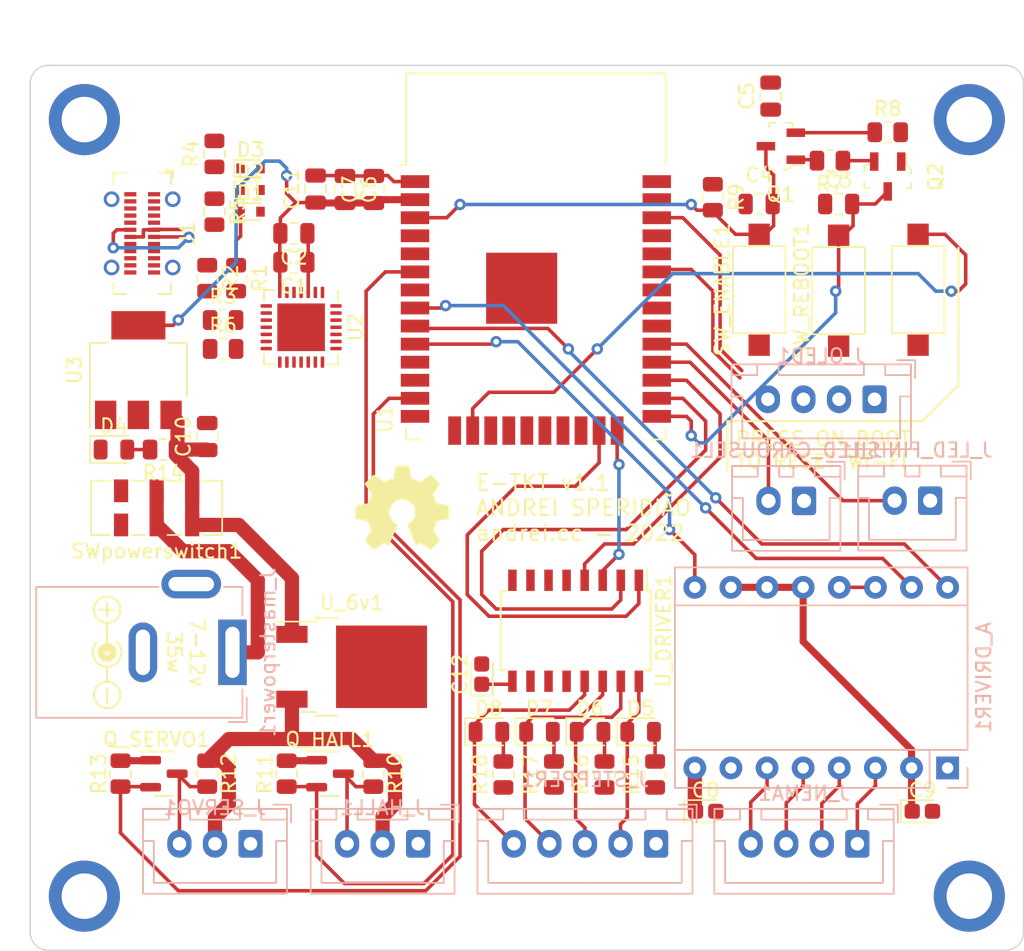
<source format=kicad_pcb>
(kicad_pcb (version 20211014) (generator pcbnew)
  (layers (0 "F.Cu" signal) (31 "B.Cu" signal) (34 "B.Paste" user) (35 "F.Paste" user) (36 "B.SilkS" user "B.Silkscreen") (37 "F.SilkS" user "F.Silkscreen") (38 "B.Mask" user) (39 "F.Mask" user) (44 "Edge.Cuts" user))
  (net 0 "")
  (net 1 "Net-(D4-Pad2)")
  (net 2 "Net-(D8-Pad2)")
  (net 3 "+12V")
  (net 4 "GNDREF")
  (net 5 "+3.3V")
  (net 27 "/DTR")
  (net 28 "+6V")
  (net 29 "EN")
  (net 30 "IO0")
  (net 31 "IO34")
  (net 32 "HALL")
  (net 33 "IO14")
  (net 34 "SERVO")
  (net 35 "IO35")
  (net 36 "IO32")
  (net 37 "IO33")
  (net 38 "IO25")
  (net 39 "IO26")
  (net 40 "IO27")
  (net 41 "IO12")
  (net 42 "IO13")
  (net 43 "IO15")
  (net 44 "IO2")
  (net 45 "IO4")
  (net 46 "IO16")
  (net 47 "IO17")
  (net 48 "IO5")
  (net 49 "IO18")
  (net 50 "IO19")
  (net 51 "IO21")
  (net 52 "IO3")
  (net 53 "IO1")
  (net 54 "IO22")
  (net 55 "IO23")
  (net 56 "/USB_DP")
  (net 57 "/USB_DN")
  (net 59 "/RTS")
  (net 60 "/DCD")
  (net 61 "/RI")
  (net 62 "/VBUS OUT")
  (net 63 "/CTS")
  (net 64 "Net-(Q1-Pad1)")
  (net 65 "Net-(Q2-Pad1)")
  (net 66 "/DSR")
  (net 67 "/TXD0")
  (net 68 "/RXD0")
  (net 69 "Net-(D8-Pad1)")
  (net 72 "Net-(SWpowerswitch1-Pad5)")
  (net 73 "Net-(A_DRIVER1-Pad3)")
  (net 74 "Net-(A_DRIVER1-Pad4)")
  (net 75 "Net-(A_DRIVER1-Pad5)")
  (net 76 "Net-(A_DRIVER1-Pad6)")
  (net 77 "Net-(A_DRIVER1-Pad13)")
  (net 84 "Net-(D1-Pad1)")
  (net 85 "Net-(D5-Pad1)")
  (net 86 "Net-(D5-Pad2)")
  (net 87 "Net-(D6-Pad1)")
  (net 88 "Net-(D6-Pad2)")
  (net 89 "Net-(D7-Pad1)")
  (net 90 "Net-(D7-Pad2)")
  (net 91 "Net-(U2-Pad9)")
  (net 92 "Net-(R4-Pad2)")
  (net 93 "Net-(R5-Pad2)")
  (net 94 "Net-(U2-Pad11)")
  (footprint "Capacitor_Tantalum_SMD:CP_EIA-1608-10_AVX-L" (layer "F.Cu") (at 160.02 -184.906 90)
    (fp_text reference "C12")
    (fp_text value "10uF")
  )
  (footprint "Package_TO_SOT_SMD:TO-252-2" (layer "F.Cu") (at 150.876 -185.42)
    (fp_text reference "U_6v1")
    (fp_text value "L7806")
  )
  (footprint "Capacitor_SMD:C_0805_2012Metric" (layer "F.Cu") (at 148.336 -219.014 90)
    (fp_text reference "C11")
    (fp_text value "22uF/10V(20%)")
  )
  (footprint "Resistor_SMD:R_0805_2012Metric" (layer "F.Cu") (at 141.8355 -207.772)
    (fp_text reference "R6")
    (fp_text value "10K(5%)(NC)")
  )
  (footprint "Capacitor_SMD:C_0805_2012Metric" (layer "F.Cu") (at 179.531 -217.964)
    (fp_text reference "C4")
    (fp_text value "0.1uF/50v(10%)")
  )
  (footprint "Button_Switch_SMD:SW_DPDT_CK_JS202011JCQN" (layer "F.Cu") (at 137.16 -196.596 180)
    (fp_text reference "SWpowerswitch1")
    (fp_text value "SW_DPDT_x2")
  )
  (footprint "Resistor_SMD:R_0805_2012Metric" (layer "F.Cu") (at 172.212 -177.8495 90)
    (fp_text reference "R15")
    (fp_text value "470")
  )
  (footprint "Capacitor_SMD:C_0805_2012Metric" (layer "F.Cu") (at 152.436 -218.984 90)
    (fp_text reference "C7")
    (fp_text value "0.1uF/50v(10%)")
  )
  (footprint "digikey-footprints:SOT-23-3" (layer "F.Cu") (at 181.055 -222.028 180)
    (fp_text reference "Q1")
    (fp_text value "SS8050-G")
  )
  (footprint "Symbol:Symbol_Barrel_Polarity" (layer "F.Cu") (at 133.604 -186.436 90)
    (fp_text reference "REF**" hide)
    (fp_text value "Symbol_Barrel_Polarity")
  )
  (footprint "Resistor_SMD:R_0805_2012Metric" (layer "F.Cu") (at 141.224 -217.424 -90)
    (fp_text reference "R5")
    (fp_text value "22")
  )
  (footprint "digikey-footprints:SOT-23-3" (layer "F.Cu") (at 188.5715 -219.898 -90)
    (fp_text reference "Q2")
    (fp_text value "SS8050-G")
  )
  (footprint "Package_TO_SOT_SMD:SOT-223-3_TabPin2" (layer "F.Cu") (at 135.876 -206.284 90)
    (fp_text reference "U3")
    (fp_text value "AMS1117-3.3")
  )
  (footprint "Capacitor_Tantalum_SMD:CP_EIA-1608-10_AVX-L" (layer "F.Cu") (at 191.008 -175.26)
    (fp_text reference "C9")
    (fp_text value "10uF")
  )
  (footprint "Capacitor_SMD:C_0805_2012Metric" (layer "F.Cu") (at 146.812 -215.9 180)
    (fp_text reference "C2")
    (fp_text value "0.1uF/50V(10%)")
  )
  (footprint "MountingHole:MountingHole_3.2mm_M3" (layer "F.Cu") (at 132.08 -169.291)
    (fp_text reference "REF**" hide)
    (fp_text value "MountingHole_3.2mm_M3" hide)
  )
  (footprint "Capacitor_SMD:C_0805_2012Metric" (layer "F.Cu") (at 180.34 -225.552 90)
    (fp_text reference "C5")
    (fp_text value "0.1uF/50v(10%)")
  )
  (footprint "Resistor_SMD:R_0805_2012Metric" (layer "F.Cu") (at 141.224 -221.488 90)
    (fp_text reference "R4")
    (fp_text value "22")
  )
  (footprint "Diode_SMD:D_SOD-523" (layer "F.Cu") (at 143.764 -218.948)
    (fp_text reference "D2")
    (fp_text value "LESD5D5.0CT1G")
  )
  (footprint "Resistor_SMD:R_0805_2012Metric" (layer "F.Cu") (at 142.748 -212.7485 -90)
    (fp_text reference "R1")
    (fp_text value "22.1K(5%)")
  )
  (footprint "LED_SMD:LED_0805_2012Metric" (layer "F.Cu") (at 167.64 -180.848)
    (fp_text reference "D6")
    (fp_text value "LED")
  )
  (footprint "Resistor_SMD:R_0805_2012Metric" (layer "F.Cu") (at 168.656 -177.8495 90)
    (fp_text reference "R16")
    (fp_text value "470")
  )
  (footprint "Capacitor_SMD:C_0805_2012Metric" (layer "F.Cu") (at 185.119 -217.964)
    (fp_text reference "C3")
    (fp_text value "0.1uF/50v(10%)")
  )
  (footprint "Resistor_SMD:R_0805_2012Metric" (layer "F.Cu") (at 140.716001 -212.7485 -90)
    (fp_text reference "R2")
    (fp_text value "47.5L(5%)")
  )
  (footprint "LED_SMD:LED_0805_2012Metric" (layer "F.Cu") (at 171.196 -180.848)
    (fp_text reference "D5")
    (fp_text value "LED")
  )
  (footprint "Button_Switch_SMD:SW_SPST_CK_RS282G05A3" (layer "F.Cu") (at 185.119 -211.868 90)
    (fp_text reference "SW_REBOOT1")
    (fp_text value "SW_DIP_x01")
  )
  (footprint "Package_DFN_QFN:QFN-28-1EP_5x5mm_P0.5mm_EP3.35x3.35mm" (layer "F.Cu") (at 147.32 -209.296 -90)
    (fp_text reference "U2")
    (fp_text value "CP2102N-A01-GQFN28")
  )
  (footprint "Resistor_SMD:R_0805_2012Metric" (layer "F.Cu") (at 161.544 -177.8495 90)
    (fp_text reference "R18")
    (fp_text value "470")
  )
  (footprint "LED_SMD:LED_0805_2012Metric" (layer "F.Cu") (at 160.528 -180.848)
    (fp_text reference "D8")
    (fp_text value "LED")
  )
  (footprint "Connector_USB:USB_C_Receptacle_GCT_USB4115-03-C" (layer "F.Cu") (at 136.144 -215.9 -90)
    (fp_text reference "J1")
    (fp_text value "USB_C_Receptacle")
  )
  (footprint "Resistor_SMD:R_0805_2012Metric" (layer "F.Cu") (at 146.304 -177.9035 90)
    (fp_text reference "R11")
    (fp_text value "10K")
  )
  (footprint "LED_SMD:LED_0805_2012Metric" (layer "F.Cu") (at 134.15975 -200.696)
    (fp_text reference "D4")
    (fp_text value "LED")
  )
  (footprint "Diode_SMD:D_SOD-523" (layer "F.Cu") (at 143.764 -217.424)
    (fp_text reference "D1")
    (fp_text value "LESD5D5.0CT1G")
  )
  (footprint "Package_SO:SOIC-16W_5.3x10.2mm_P1.27mm" (layer "F.Cu") (at 166.624 -187.954 -90)
    (fp_text reference "U_DRIVER1")
    (fp_text value "ULN2003")
  )
  (footprint "Resistor_SMD:R_0805_2012Metric" (layer "F.Cu") (at 188.5715 -223.012)
    (fp_text reference "R8")
    (fp_text value "10K(5%)")
  )
  (footprint "Package_TO_SOT_SMD:SOT-23" (layer "F.Cu") (at 137.668 -177.9035)
    (fp_text reference "Q_SERVO1")
    (fp_text value "BSS138")
  )
  (footprint "Resistor_SMD:R_0805_2012Metric" (layer "F.Cu") (at 176.276 -218.44 -90)
    (fp_text reference "R9")
    (fp_text value "10K(5%)")
  )
  (footprint "Resistor_SMD:R_0805_2012Metric" (layer "F.Cu") (at 184.5075 -221.012 180)
    (fp_text reference "R7")
    (fp_text value "10K(5%)")
  )
  (footprint "Resistor_SMD:R_0805_2012Metric" (layer "F.Cu") (at 140.716 -177.9035 90)
    (fp_text reference "R12")
    (fp_text value "10K")
  )
  (footprint "MountingHole:MountingHole_3.2mm_M3" (layer "F.Cu") (at 194.31 -169.291)
    (fp_text reference "REF**" hide)
    (fp_text value "MountingHole_3.2mm_M3" hide)
  )
  (footprint "Capacitor_SMD:C_0805_2012Metric" (layer "F.Cu") (at 146.812 -213.868 180)
    (fp_text reference "C1")
    (fp_text value "4.7uF/6.3V(10%)")
  )
  (footprint "Resistor_SMD:R_0805_2012Metric" (layer "F.Cu") (at 152.4 -177.9035 90)
    (fp_text reference "R10")
    (fp_text value "10K")
  )
  (footprint "Capacitor_Tantalum_SMD:CP_EIA-1608-10_AVX-L" (layer "F.Cu") (at 175.768 -175.26)
    (fp_text reference "C8")
    (fp_text value "10uF")
  )
  (footprint "Resistor_SMD:R_0805_2012Metric" (layer "F.Cu") (at 137.61225 -200.696 180)
    (fp_text reference "R14")
    (fp_text value "2K(5%)")
  )
  (footprint "Button_Switch_SMD:SW_SPST_CK_RS282G05A3" (layer "F.Cu") (at 179.531 -211.934 90)
    (fp_text reference "SW_ENABLE1")
    (fp_text value "SW_DIP_x01" hide)
  )
  (footprint "MountingHole:MountingHole_3.2mm_M3" (layer "F.Cu") (at 132.08 -223.901)
    (fp_text reference "REF**" hide)
    (fp_text value "MountingHole_3.2mm_M3" hide)
  )
  (footprint "Resistor_SMD:R_0805_2012Metric" (layer "F.Cu") (at 141.8355 -209.804)
    (fp_text reference "R3")
    (fp_text value "2K(5%)")
  )
  (footprint "MountingHole:MountingHole_3.2mm_M3" (layer "F.Cu") (at 194.31 -223.901)
    (fp_text reference "REF**" hide)
    (fp_text value "MountingHole_3.2mm_M3" hide)
  )
  (footprint "Package_TO_SOT_SMD:SOT-23" (layer "F.Cu") (at 149.352 -177.9035)
    (fp_text reference "Q_HALL1")
    (fp_text value "BSS138")
  )
  (footprint "Capacitor_SMD:C_0805_2012Metric" (layer "F.Cu") (at 150.404 -218.984 -90)
    (fp_text reference "C6")
    (fp_text value "22uF/10V(20%)")
  )
  (footprint "Symbol:OSHW-Symbol_6.7x6mm_SilkScreen" (layer "F.Cu") (at 154.432 -196.596)
    (fp_text reference "REF**" hide)
    (fp_text value "OSHW-Symbol_6.7x6mm_SilkScreen" hide)
  )
  (footprint "Resistor_SMD:R_0805_2012Metric" (layer "F.Cu") (at 134.62 -177.9035 90)
    (fp_text reference "R13")
    (fp_text value "10K")
  )
  (footprint "Capacitor_SMD:C_0805_2012Metric" (layer "F.Cu") (at 140.716 -201.61 90)
    (fp_text reference "C10")
    (fp_text value "22uF/10V(20%)")
  )
  (footprint "LED_SMD:LED_0805_2012Metric" (layer "F.Cu") (at 164.084 -180.848)
    (fp_text reference "D7")
    (fp_text value "LED")
  )
  (footprint "Resistor_SMD:R_0805_2012Metric" (layer "F.Cu") (at 165.1 -177.8495 90)
    (fp_text reference "R17")
    (fp_text value "470")
  )
  (footprint "Diode_SMD:D_SOD-523" (layer "F.Cu") (at 143.764 -220.472)
    (fp_text reference "D3")
    (fp_text value "LESD5D5.0CT1G")
  )
  (footprint "RF_Module:ESP32-WROOM-32" (layer "F.Cu") (at 163.83 -211.285)
    (fp_text reference "U1")
    (fp_text value "ESP32-WROOM-32")
  )
  (footprint "Button_Switch_SMD:SW_SPST_CK_RS282G05A3" (layer "F.Cu") (at 190.707 -211.934 90)
    (fp_text reference "SW_WIFI_RESET1" hide)
    (fp_text value "SW_DIP_x01")
  )
  (footprint "Connector_JST:JST_XH_B3B-XH-A_1x03_P2.50mm_Vertical" (layer "B.Cu") (at 143.764 -172.974 180)
    (fp_text reference "J_SERVO1")
    (fp_text value "Conn_01x03_Male")
  )
  (footprint "Module:Pololu_Breakout-16_15.2x20.3mm" (layer "B.Cu") (at 192.786 -178.308 90)
    (fp_text reference "A_DRIVER1")
    (fp_text value "Pololu_Breakout_A4988")
  )
  (footprint "Connector_JST:JST_XH_B4B-XH-A_1x04_P2.50mm_Vertical" (layer "B.Cu") (at 187.646 -204.233 180)
    (fp_text reference "J_OLED1")
    (fp_text value "Conn_01x04_Male")
  )
  (footprint "Connector_JST:JST_XH_B4B-XH-A_1x04_P2.50mm_Vertical" (layer "B.Cu") (at 186.436 -172.974 180)
    (fp_text reference "J_NEMA1")
    (fp_text value "Conn_01x04_Male")
  )
  (footprint "Connector_JST:JST_XH_B3B-XH-A_1x03_P2.50mm_Vertical" (layer "B.Cu") (at 155.5515 -172.974 180)
    (fp_text reference "J_HALL1")
    (fp_text value "Conn_01x03_Male")
  )
  (footprint "Connector_JST:JST_XH_B2B-XH-A_1x02_P2.50mm_Vertical" (layer "B.Cu") (at 182.686 -197.087 180)
    (fp_text reference "J_LED_CAROUSEL1")
    (fp_text value "Conn_01x02_Male")
  )
  (footprint "Connector_BarrelJack:BarrelJack_GCT_DCJ200-10-A_Horizontal" (layer "B.Cu") (at 142.494 -186.436 90)
    (fp_text reference "J_masterpower1")
    (fp_text value "Barrel_Jack_Switch")
  )
  (footprint "Connector_JST:JST_XH_B2B-XH-A_1x02_P2.50mm_Vertical" (layer "B.Cu") (at 191.556 -197.104 180)
    (fp_text reference "J_LED_FINISH1")
    (fp_text value "Conn_01x02_Male")
  )
  (footprint "Connector_JST:JST_XH_B5B-XH-A_1x05_P2.50mm_Vertical" (layer "B.Cu") (at 172.2825 -172.974 180)
    (fp_text reference "J_STEPPER1")
    (fp_text value "Conn_01x05_Male")
  )
  (gr_line (start 193.548 -214.884) (end 193.548 -205.232) (layer "F.SilkS") (width 0.15))
  (gr_line (start 191.008 -202.692) (end 193.548 -205.232) (layer "F.SilkS") (width 0.15))
  (gr_line (start 191.008 -202.692) (end 177.292 -202.692) (layer "F.SilkS") (width 0.15))
  (gr_line (start 177.292 -202.692) (end 177.292 -199.136) (layer "F.SilkS") (width 0.15))
  (gr_line (start 133.679 -183.896) (end 133.679 -182.88) (layer "F.SilkS") (width 0.15))
  (gr_line (start 133.679 -189.944) (end 133.679 -188.928) (layer "F.SilkS") (width 0.15))
  (gr_line (start 133.171 -189.436) (end 134.187 -189.436) (layer "F.SilkS") (width 0.15))
  (gr_line (start 196.85 -165.481) (end 129.54 -165.481) (layer "Edge.Cuts") (width 0.1))
  (gr_arc (start 128.27 -226.441) (mid 128.641974 -227.339026) (end 129.54 -227.711) (layer "Edge.Cuts") (width 0.1))
  (gr_arc (start 196.85 -227.711) (mid 197.748026 -227.339026) (end 198.12 -226.441) (layer "Edge.Cuts") (width 0.1))
  (gr_line (start 128.27 -166.751) (end 128.27 -226.441) (layer "Edge.Cuts") (width 0.1))
  (gr_line (start 198.12 -226.441) (end 198.12 -166.751) (layer "Edge.Cuts") (width 0.1))
  (gr_line (start 129.54 -227.711) (end 196.85 -227.711) (layer "Edge.Cuts") (width 0.1))
  (gr_arc (start 129.54 -165.481) (mid 128.641974 -165.852974) (end 128.27 -166.751) (layer "Edge.Cuts") (width 0.1))
  (gr_arc (start 198.12 -166.751) (mid 197.748026 -165.852974) (end 196.85 -165.481) (layer "Edge.Cuts") (width 0.1))
  (gr_text "PRESS ON BOOT\nTO RESET WI-FI" (at 177.8 -200.66) (layer "F.SilkS") (effects (font (size 1 1)) (justify left)))
  (gr_text "7-12v\n35w" (at 139.192 -186.436 270) (layer "F.SilkS") (effects (font (size 1 1))))
  (gr_text "E-TKT v1.1\nANDREI SPERIDIÃO\nandrei.cc — 2022" (at 159.512 -196.596) (layer "F.SilkS") (effects (font (size 1.1 1.1)) (justify left)))
  (segment (start 136.69975 -200.696) (end 135.09725 -200.696) (width 0.25) (layer "F.Cu") (net 1))
  (segment (start 161.544 -180.7695) (end 161.4655 -180.848) (width 0.25) (layer "F.Cu") (net 2))
  (segment (start 161.544 -178.762) (end 161.544 -180.7695) (width 0.25) (layer "F.Cu") (net 2))
  (segment (start 138.62825 -200.7995) (end 138.52475 -200.696) (width 0.25) (layer "F.Cu") (net 3))
  (segment (start 138.62825 -202.68175) (end 138.62825 -200.7995) (width 1) (layer "F.Cu") (net 3))
  (segment (start 139.66 -197.796) (end 139.66 -195.396) (width 1) (layer "F.Cu") (net 3))
  (segment (start 138.52475 -200.31125) (end 138.52475 -200.696) (width 0.25) (layer "F.Cu") (net 3))
  (segment (start 146.676 -187.7) (end 146.676 -191.652) (width 1) (layer "F.Cu") (net 3))
  (segment (start 138.176 -203.134) (end 138.62825 -202.68175) (width 0.25) (layer "F.Cu") (net 3))
  (segment (start 140.68 -200.696) (end 140.716 -200.66) (width 0.25) (layer "F.Cu") (net 3))
  (segment (start 142.932 -195.396) (end 139.66 -195.396) (width 1) (layer "F.Cu") (net 3))
  (segment (start 146.676 -191.652) (end 142.932 -195.396) (width 1) (layer "F.Cu") (net 3))
  (segment (start 160.02 -184.1935) (end 161.9685 -184.1935) (width 0.25) (layer "F.Cu") (net 3))
  (segment (start 175.006 -175.3095) (end 175.006 -178.308) (width 1) (layer "F.Cu") (net 3))
  (segment (start 175.0555 -175.26) (end 175.006 -175.3095) (width 0.25) (layer "F.Cu") (net 3))
  (segment (start 139.66 -197.796) (end 139.66 -199.176) (width 1) (layer "F.Cu") (net 3))
  (segment (start 138.52475 -200.696) (end 140.68 -200.696) (width 1) (layer "F.Cu") (net 3))
  (segment (start 161.9685 -184.1935) (end 162.179 -184.404) (width 0.25) (layer "F.Cu") (net 3))
  (segment (start 139.66 -199.176) (end 138.52475 -200.31125) (width 1) (layer "F.Cu") (net 3))
  (segment (start 153.84 -219.54) (end 153.416 -219.964) (width 0.25) (layer "F.Cu") (net 4))
  (segment (start 147.82 -215.842) (end 147.762 -215.9) (width 0.25) (layer "F.Cu") (net 4))
  (segment (start 152.466 -219.964) (end 152.436 -219.934) (width 0.25) (layer "F.Cu") (net 4))
  (segment (start 155.33 -219.54) (end 153.84 -219.54) (width 0.25) (layer "F.Cu") (net 4))
  (segment (start 148.336 -219.964) (end 150.374 -219.964) (width 0.25) (layer "F.Cu") (net 4))
  (segment (start 147.82 -211.746) (end 147.82 -215.842) (width 0.25) (layer "F.Cu") (net 4))
  (segment (start 153.416 -219.964) (end 152.466 -219.964) (width 0.25) (layer "F.Cu") (net 4))
  (segment (start 150.374 -219.964) (end 150.404 -219.934) (width 0.25) (layer "F.Cu") (net 4))
  (segment (start 152.436 -219.934) (end 150.404 -219.934) (width 0.25) (layer "F.Cu") (net 4))
  (segment (start 145.862 -215.9) (end 145.862 -216.982) (width 0.25) (layer "F.Cu") (net 5))
  (segment (start 138.314 -209.434) (end 138.684 -209.804) (width 0.25) (layer "F.Cu") (net 5))
  (segment (start 189.992 -178.562) (end 190.246 -178.308) (width 0.25) (layer "F.Cu") (net 5))
  (segment (start 190.246 -179.578) (end 182.626 -187.198) (width 0.5) (layer "F.Cu") (net 5))
  (segment (start 148.377 -178.816) (end 148.4145 -178.8535) (width 0.25) (layer "F.Cu") (net 5))
  (segment (start 190.246 -178.308) (end 190.246 -179.578) (width 0.5) (layer "F.Cu") (net 5))
  (segment (start 190.246 -175.3095) (end 190.2955 -175.26) (width 0.25) (layer "F.Cu") (net 5))
  (segment (start 145.82 -215.858) (end 145.862 -215.9) (width 0.25) (layer "F.Cu") (net 5))
  (segment (start 135.876 -210.13575) (end 135.876 -209.434) (width 0.25) (layer "F.Cu") (net 5))
  (segment (start 135.876 -209.434) (end 138.314 -209.434) (width 0.25) (layer "F.Cu") (net 5))
  (segment (start 177.546 -191.008) (end 180.086 -191.008) (width 0.5) (layer "F.Cu") (net 5))
  (segment (start 182.626 -191.008) (end 182.626 -187.198) (width 0.5) (layer "F.Cu") (net 5))
  (segment (start 155.33 -218.27) (end 152.672 -218.27) (width 0.5) (layer "F.Cu") (net 5))
  (segment (start 148.366 -218.034) (end 148.336 -218.064) (width 0.5) (layer "F.Cu") (net 5))
  (segment (start 136.693 -178.816) (end 136.7305 -178.8535) (width 0.25) (layer "F.Cu") (net 5))
  (segment (start 145.862 -216.982) (end 146.944 -218.064) (width 0.25) (layer "F.Cu") (net 5))
  (segment (start 146.304 -218.704) (end 146.304 -219.964) (width 0.25) (layer "F.Cu") (net 5))
  (segment (start 190.246 -178.308) (end 190.246 -175.3095) (width 0.5) (layer "F.Cu") (net 5))
  (segment (start 152.672 -218.27) (end 152.436 -218.034) (width 0.5) (layer "F.Cu") (net 5))
  (segment (start 146.944 -218.064) (end 148.336 -218.064) (width 0.25) (layer "F.Cu") (net 5))
  (segment (start 182.626 -191.008) (end 180.086 -191.008) (width 0.5) (layer "F.Cu") (net 5))
  (segment (start 145.82 -211.746) (end 145.82 -215.858) (width 0.25) (layer "F.Cu") (net 5))
  (segment (start 146.304 -178.816) (end 148.377 -178.816) (width 0.5) (layer "F.Cu") (net 5))
  (segment (start 146.944 -218.064) (end 146.304 -218.704) (width 0.25) (layer "F.Cu") (net 5))
  (segment (start 134.62 -178.816) (end 136.693 -178.816) (width 0.5) (layer "F.Cu") (net 5))
  (segment (start 146.304 -211.762) (end 146.32 -211.746) (width 0.25) (layer "F.Cu") (net 5))
  (segment (start 150.404 -218.034) (end 152.436 -218.034) (width 0.5) (layer "F.Cu") (net 5))
  (segment (start 150.404 -218.034) (end 148.366 -218.034) (width 0.5) (layer "F.Cu") (net 5))
  (via (at 146.304 -219.964) (size 0.8) (drill 0.4) (layers "F.Cu" "B.Cu") (net 5))
  (via (at 138.684 -209.804) (size 0.8) (drill 0.4) (layers "F.Cu" "B.Cu") (net 5))
  (segment (start 146.304 -219.964) (end 146.304 -220.472) (width 0.25) (layer "B.Cu") (net 5))
  (segment (start 144.78 -220.98) (end 142.748 -218.948) (width 0.25) (layer "B.Cu") (net 5))
  (segment (start 145.796 -220.98) (end 146.304 -220.472) (width 0.25) (layer "B.Cu") (net 5))
  (segment (start 144.78 -220.98) (end 145.796 -220.98) (width 0.25) (layer "B.Cu") (net 5))
  (segment (start 142.748 -213.868) (end 138.684 -209.804) (width 0.25) (layer "B.Cu") (net 5))
  (segment (start 142.748 -218.948) (end 142.748 -213.868) (width 0.25) (layer "B.Cu") (net 5))
  (segment (start 185.42 -221.012) (end 187.5575 -221.012) (width 0.25) (layer "F.Cu") (net 27))
  (segment (start 153.0515 -174.8955) (end 153.924 -175.768) (width 1) (layer "F.Cu") (net 28))
  (segment (start 146.676 -180.476) (end 146.676 -183.14) (width 1) (layer "F.Cu") (net 28))
  (segment (start 140.716 -178.816) (end 142.24 -180.34) (width 1) (layer "F.Cu") (net 28))
  (segment (start 141.264 -172.974) (end 141.264 -174.792) (width 1) (layer "F.Cu") (net 28))
  (segment (start 153.924 -178.308) (end 153.416 -178.816) (width 1) (layer "F.Cu") (net 28))
  (segment (start 150.876 -180.34) (end 152.4 -178.816) (width 1) (layer "F.Cu") (net 28))
  (segment (start 153.0515 -172.974) (end 153.0515 -174.8955) (width 1) (layer "F.Cu") (net 28))
  (segment (start 142.24 -180.34) (end 146.812 -180.34) (width 1) (layer "F.Cu") (net 28))
  (segment (start 146.812 -180.34) (end 146.676 -180.476) (width 0.25) (layer "F.Cu") (net 28))
  (segment (start 141.264 -174.792) (end 142.24 -175.768) (width 1) (layer "F.Cu") (net 28))
  (segment (start 146.812 -180.34) (end 150.876 -180.34) (width 1) (layer "F.Cu") (net 28))
  (segment (start 142.24 -178.308) (end 142.24 -175.768) (width 1) (layer "F.Cu") (net 28))
  (segment (start 153.416 -178.816) (end 152.4 -178.816) (width 1) (layer "F.Cu") (net 28))
  (segment (start 140.716 -178.816) (end 141.732 -178.816) (width 1) (layer "F.Cu") (net 28))
  (segment (start 141.732 -178.816) (end 142.24 -178.308) (width 1) (layer "F.Cu") (net 28))
  (segment (start 153.924 -175.768) (end 153.924 -178.308) (width 1) (layer "F.Cu") (net 28))
  (segment (start 175.1565 -217.5275) (end 174.752 -217.932) (width 0.25) (layer "F.Cu") (net 29))
  (segment (start 180.005 -220.538) (end 180.547 -219.996) (width 0.25) (layer "F.Cu") (net 29))
  (segment (start 180.547 -216.44) (end 180.547 -217.898) (width 0.25) (layer "F.Cu") (net 29))
  (segment (start 176.276 -217.5275) (end 175.1565 -217.5275) (width 0.25) (layer "F.Cu") (net 29))
  (segment (start 180.005 -222.028) (end 180.005 -220.538) (width 0.25) (layer "F.Cu") (net 29))
  (segment (start 155.33 -217) (end 157.564 -217) (width 0.25) (layer "F.Cu") (net 29))
  (segment (start 176.276 -217.5275) (end 176.276 -217.424) (width 0.25) (layer "F.Cu") (net 29))
  (segment (start 179.531 -215.834) (end 179.941 -215.834) (width 0.25) (layer "F.Cu") (net 29))
  (segment (start 179.941 -215.834) (end 180.547 -216.44) (width 0.25) (layer "F.Cu") (net 29))
  (segment (start 180.547 -217.898) (end 180.481 -217.964) (width 0.25) (layer "F.Cu") (net 29))
  (segment (start 180.547 -218.03) (end 180.481 -217.964) (width 0.25) (layer "F.Cu") (net 29))
  (segment (start 180.547 -219.996) (end 180.547 -218.03) (width 0.25) (layer "F.Cu") (net 29))
  (segment (start 177.866 -215.834) (end 179.531 -215.834) (width 0.25) (layer "F.Cu") (net 29))
  (segment (start 176.276 -217.424) (end 177.866 -215.834) (width 0.25) (layer "F.Cu") (net 29))
  (segment (start 157.564 -217) (end 158.496 -217.932) (width 0.25) (layer "F.Cu") (net 29))
  (via (at 158.496 -217.932) (size 0.8) (drill 0.4) (layers "F.Cu" "B.Cu") (net 29))
  (via (at 174.752 -217.932) (size 0.8) (drill 0.4) (layers "F.Cu" "B.Cu") (net 29))
  (segment (start 174.752 -217.932) (end 158.496 -217.932) (width 0.25) (layer "B.Cu") (net 29))
  (segment (start 185.119 -215.768) (end 185.463 -215.768) (width 0.25) (layer "F.Cu") (net 30))
  (segment (start 174.414 -203.03) (end 174.752 -202.692) (width 0.25) (layer "F.Cu") (net 30))
  (segment (start 172.33 -203.03) (end 174.414 -203.03) (width 0.25) (layer "F.Cu") (net 30))
  (segment (start 184.912 -211.836) (end 185.119 -212.043) (width 0.25) (layer "F.Cu") (net 30))
  (segment (start 174.752 -202.692) (end 174.752 -201.676) (width 0.25) (layer "F.Cu") (net 30))
  (segment (start 185.119 -212.043) (end 185.119 -215.768) (width 0.25) (layer "F.Cu") (net 30))
  (segment (start 186.135 -217.898) (end 186.069 -217.964) (width 0.25) (layer "F.Cu") (net 30))
  (segment (start 187.6875 -217.964) (end 188.5715 -218.848) (width 0.25) (layer "F.Cu") (net 30))
  (segment (start 186.069 -217.964) (end 187.6875 -217.964) (width 0.25) (layer "F.Cu") (net 30))
  (segment (start 186.135 -216.44) (end 186.135 -217.898) (width 0.25) (layer "F.Cu") (net 30))
  (segment (start 185.463 -215.768) (end 186.135 -216.44) (width 0.25) (layer "F.Cu") (net 30))
  (via (at 184.912 -211.836) (size 0.8) (drill 0.4) (layers "F.Cu" "B.Cu") (net 30))
  (via (at 174.752 -201.676) (size 0.8) (drill 0.4) (layers "F.Cu" "B.Cu") (net 30))
  (segment (start 175.768 -201.168) (end 175.26 -201.168) (width 0.25) (layer "B.Cu") (net 30))
  (segment (start 184.912 -211.836) (end 184.912 -210.312) (width 0.25) (layer "B.Cu") (net 30))
  (segment (start 184.912 -210.312) (end 175.768 -201.168) (width 0.25) (layer "B.Cu") (net 30))
  (segment (start 175.26 -201.168) (end 174.752 -201.676) (width 0.25) (layer "B.Cu") (net 30))
  (segment (start 148.4145 -172.1335) (end 150.368 -170.18) (width 0.25) (layer "F.Cu") (net 31))
  (segment (start 157.988 -172.212) (end 157.988 -189.992) (width 0.25) (layer "F.Cu") (net 31))
  (segment (start 151.892 -196.088) (end 151.892 -211.836) (width 0.25) (layer "F.Cu") (net 31))
  (segment (start 157.988 -189.992) (end 151.892 -196.088) (width 0.25) (layer "F.Cu") (net 31))
  (segment (start 151.892 -211.836) (end 153.246 -213.19) (width 0.25) (layer "F.Cu") (net 31))
  (segment (start 150.368 -170.18) (end 155.956 -170.18) (width 0.25) (layer "F.Cu") (net 31))
  (segment (start 155.956 -170.18) (end 157.988 -172.212) (width 0.25) (layer "F.Cu") (net 31))
  (segment (start 153.246 -213.19) (end 155.33 -213.19) (width 0.25) (layer "F.Cu") (net 31))
  (segment (start 148.4145 -176.9535) (end 148.4145 -172.1335) (width 0.25) (layer "F.Cu") (net 31))
  (segment (start 146.304 -176.991) (end 148.377 -176.991) (width 0.25) (layer "F.Cu") (net 31))
  (segment (start 148.377 -176.991) (end 148.4145 -176.9535) (width 0.25) (layer "F.Cu") (net 31))
  (segment (start 150.5515 -177.6415) (end 150.5515 -172.974) (width 0.25) (layer "F.Cu") (net 32))
  (segment (start 150.2895 -177.9035) (end 150.2895 -177.8785) (width 0.25) (layer "F.Cu") (net 32))
  (segment (start 150.2895 -177.9035) (end 150.5515 -177.6415) (width 0.25) (layer "F.Cu") (net 32))
  (segment (start 150.2895 -177.8785) (end 151.177 -176.991) (width 0.25) (layer "F.Cu") (net 32))
  (segment (start 151.177 -176.991) (end 152.4 -176.991) (width 0.25) (layer "F.Cu") (net 32))
  (segment (start 152.4 -203.2) (end 153.5 -204.3) (width 0.25) (layer "F.Cu") (net 33))
  (segment (start 158.496 -190.120396) (end 152.4 -196.216396) (width 0.25) (layer "F.Cu") (net 33))
  (segment (start 134.62 -173.736) (end 138.684 -169.672) (width 0.25) (layer "F.Cu") (net 33))
  (segment (start 136.693 -176.991) (end 136.7305 -176.9535) (width 0.25) (layer "F.Cu") (net 33))
  (segment (start 158.496 -172.083604) (end 158.496 -190.120396) (width 0.25) (layer "F.Cu") (net 33))
  (segment (start 152.4 -196.216396) (end 152.4 -203.2) (width 0.25) (layer "F.Cu") (net 33))
  (segment (start 134.62 -176.991) (end 134.62 -173.736) (width 0.25) (layer "F.Cu") (net 33))
  (segment (start 134.62 -176.991) (end 136.693 -176.991) (width 0.25) (layer "F.Cu") (net 33))
  (segment (start 153.5 -204.3) (end 155.33 -204.3) (width 0.25) (layer "F.Cu") (net 33))
  (segment (start 138.684 -169.672) (end 156.084396 -169.672) (width 0.25) (layer "F.Cu") (net 33))
  (segment (start 156.084396 -169.672) (end 158.496 -172.083604) (width 0.25) (layer "F.Cu") (net 33))
  (segment (start 138.6055 -177.9035) (end 138.684 -177.9035) (width 0.25) (layer "F.Cu") (net 34))
  (segment (start 138.6055 -177.9035) (end 138.764 -177.745) (width 0.25) (layer "F.Cu") (net 34))
  (segment (start 140.716 -176.991) (end 139.518 -176.991) (width 0.25) (layer "F.Cu") (net 34))
  (segment (start 139.192 -173.402) (end 138.764 -172.974) (width 0.25) (layer "F.Cu") (net 34))
  (segment (start 138.764 -177.745) (end 138.764 -172.974) (width 0.25) (layer "F.Cu") (net 34))
  (segment (start 139.518 -176.991) (end 138.6055 -177.9035) (width 0.25) (layer "F.Cu") (net 34))
  (segment (start 157.31 -210.65) (end 155.33 -210.65) (width 0.25) (layer "F.Cu") (net 36))
  (segment (start 188.214 -193.04) (end 181.356 -193.04) (width 0.25) (layer "F.Cu") (net 36))
  (segment (start 179.324 -193.04) (end 175.768 -196.596) (width 0.25) (layer "F.Cu") (net 36))
  (segment (start 190.246 -191.008) (end 188.214 -193.04) (width 0.25) (layer "F.Cu") (net 36))
  (segment (start 157.48 -210.82) (end 157.31 -210.65) (width 0.25) (layer "F.Cu") (net 36))
  (segment (start 181.356 -193.04) (end 179.324 -193.04) (width 0.25) (layer "F.Cu") (net 36))
  (segment (start 190.246 -191.008) (end 189.992 -191.008) (width 0.25) (layer "F.Cu") (net 36))
  (via (at 157.48 -210.82) (size 0.8) (drill 0.4) (layers "F.Cu" "B.Cu") (net 36))
  (via (at 175.768 -196.596) (size 0.8) (drill 0.4) (layers "F.Cu" "B.Cu") (net 36))
  (segment (start 161.544 -210.82) (end 175.768 -196.596) (width 0.25) (layer "B.Cu") (net 36))
  (segment (start 157.48 -210.82) (end 161.544 -210.82) (width 0.25) (layer "B.Cu") (net 36))
  (segment (start 164.673 -209.215) (end 155.495 -209.215) (width 0.25) (layer "F.Cu") (net 37))
  (segment (start 189.738 -194.056) (end 192.786 -191.008) (width 0.25) (layer "F.Cu") (net 37))
  (segment (start 176.474754 -197.302755) (end 179.721509 -194.056) (width 0.25) (layer "F.Cu") (net 37))
  (segment (start 155.495 -209.215) (end 155.33 -209.38) (width 0.25) (layer "F.Cu") (net 37))
  (segment (start 166.116 -207.772) (end 164.673 -209.215) (width 0.25) (layer "F.Cu") (net 37))
  (segment (start 179.721509 -194.056) (end 189.738 -194.056) (width 0.25) (layer "F.Cu") (net 37))
  (via (at 166.116 -207.772) (size 0.8) (drill 0.4) (layers "F.Cu" "B.Cu") (net 37))
  (via (at 176.474754 -197.302755) (size 0.8) (drill 0.4) (layers "F.Cu" "B.Cu") (net 37))
  (segment (start 176.474754 -197.302755) (end 166.116 -207.661509) (width 0.25) (layer "B.Cu") (net 37))
  (segment (start 166.116 -207.661509) (end 166.116 -207.772) (width 0.25) (layer "B.Cu") (net 37))
  (segment (start 160.866 -208.11) (end 155.33 -208.11) (width 0.25) (layer "F.Cu") (net 38))
  (segment (start 175.006 -193.294) (end 173.228 -195.072) (width 0.25) (layer "F.Cu") (net 38))
  (segment (start 161.036 -208.28) (end 160.866 -208.11) (width 0.25) (layer "F.Cu") (net 38))
  (segment (start 175.006 -191.008) (end 175.006 -193.294) (width 0.25) (layer "F.Cu") (net 38))
  (via (at 173.228 -195.072) (size 0.8) (drill 0.4) (layers "F.Cu" "B.Cu") (net 38))
  (via (at 161.036 -208.28) (size 0.8) (drill 0.4) (layers "F.Cu" "B.Cu") (net 38))
  (segment (start 173.228 -197.612) (end 162.56 -208.28) (width 0.25) (layer "B.Cu") (net 38))
  (segment (start 173.228 -195.072) (end 173.228 -197.612) (width 0.25) (layer "B.Cu") (net 38))
  (segment (start 162.56 -208.28) (end 161.036 -208.28) (width 0.25) (layer "B.Cu") (net 38))
  (segment (start 159.385 -203.581) (end 159.385 -202.03) (width 0.25) (layer "F.Cu") (net 42))
  (segment (start 192.598 -215.834) (end 194.056 -214.376) (width 0.25) (layer "F.Cu") (net 42))
  (segment (start 193.548 -211.836) (end 193.04 -211.836) (width 0.25) (layer "F.Cu") (net 42))
  (segment (start 168.148 -207.772) (end 165.1 -204.724) (width 0.25) (layer "F.Cu") (net 42))
  (segment (start 160.528 -204.724) (end 159.385 -203.581) (width 0.25) (layer "F.Cu") (net 42))
  (segment (start 194.056 -214.376) (end 194.056 -212.344) (width 0.25) (layer "F.Cu") (net 42))
  (segment (start 165.1 -204.724) (end 160.528 -204.724) (width 0.25) (layer "F.Cu") (net 42))
  (segment (start 190.707 -215.834) (end 192.598 -215.834) (width 0.25) (layer "F.Cu") (net 42))
  (segment (start 194.056 -212.344) (end 193.548 -211.836) (width 0.25) (layer "F.Cu") (net 42))
  (via (at 193.04 -211.836) (size 0.8) (drill 0.4) (layers "F.Cu" "B.Cu") (net 42))
  (via (at 168.148 -207.772) (size 0.8) (drill 0.4) (layers "F.Cu" "B.Cu") (net 42))
  (segment (start 193.04 -211.836) (end 191.95 -211.836) (width 0.25) (layer "B.Cu") (net 42))
  (segment (start 190.717 -213.069) (end 173.445 -213.069) (width 0.25) (layer "B.Cu") (net 42))
  (segment (start 173.445 -213.069) (end 168.148 -207.772) (width 0.25) (layer "B.Cu") (net 42))
  (segment (start 191.95 -211.836) (end 190.717 -213.069) (width 0.25) (layer "B.Cu") (net 42))
  (segment (start 170.18 -188.976) (end 160.528 -188.976) (width 0.25) (layer "F.Cu") (net 43))
  (segment (start 159.004 -190.5) (end 159.004 -194.692396) (width 0.25) (layer "F.Cu") (net 43))
  (segment (start 171.069 -189.865) (end 170.18 -188.976) (width 0.25) (layer "F.Cu") (net 43))
  (segment (start 159.004 -194.692396) (end 162.431604 -198.12) (width 0.25) (layer "F.Cu") (net 43))
  (segment (start 171.069 -191.504) (end 171.069 -189.865) (width 0.25) (layer "F.Cu") (net 43))
  (segment (start 160.528 -188.976) (end 159.004 -190.5) (width 0.25) (layer "F.Cu") (net 43))
  (segment (start 168.275 -199.771) (end 168.275 -202.03) (width 0.25) (layer "F.Cu") (net 43))
  (segment (start 166.624 -198.12) (end 168.275 -199.771) (width 0.25) (layer "F.Cu") (net 43))
  (segment (start 162.431604 -198.12) (end 166.624 -198.12) (width 0.25) (layer "F.Cu") (net 43))
  (segment (start 169.545 -202.03) (end 169.545 -199.771) (width 0.25) (layer "F.Cu") (net 44))
  (segment (start 169.545 -199.771) (end 169.672 -199.644) (width 0.25) (layer "F.Cu") (net 44))
  (segment (start 168.529 -192.1885) (end 169.672 -193.3315) (width 0.25) (layer "F.Cu") (net 44))
  (segment (start 168.529 -191.504) (end 168.529 -192.1885) (width 0.25) (layer "F.Cu") (net 44))
  (via (at 169.672 -193.3315) (size 0.8) (drill 0.4) (layers "F.Cu" "B.Cu") (net 44))
  (via (at 169.672 -199.644) (size 0.8) (drill 0.4) (layers "F.Cu" "B.Cu") (net 44))
  (segment (start 169.672 -193.3315) (end 169.672 -199.644) (width 0.25) (layer "B.Cu") (net 44))
  (segment (start 169.799 -191.504) (end 169.799 -190.119) (width 0.25) (layer "F.Cu") (net 45))
  (segment (start 169.799 -190.119) (end 169.164 -189.484) (width 0.25) (layer "F.Cu") (net 45))
  (segment (start 175.768 -200.66) (end 170.18 -195.072) (width 0.25) (layer "F.Cu") (net 45))
  (segment (start 174.16 -204.3) (end 175.768 -202.692) (width 0.25) (layer "F.Cu") (net 45))
  (segment (start 160.274 -190.246) (end 160.02 -190.5) (width 0.25) (layer "F.Cu") (net 45))
  (segment (start 169.164 -189.484) (end 161.036 -189.484) (width 0.25) (layer "F.Cu") (net 45))
  (segment (start 175.768 -202.692) (end 175.768 -200.66) (width 0.25) (layer "F.Cu") (net 45))
  (segment (start 160.02 -193.548) (end 161.544 -195.072) (width 0.25) (layer "F.Cu") (net 45))
  (segment (start 161.036 -189.484) (end 160.274 -190.246) (width 0.25) (layer "F.Cu") (net 45))
  (segment (start 160.02 -190.5) (end 160.02 -193.548) (width 0.25) (layer "F.Cu") (net 45))
  (segment (start 172.33 -204.3) (end 174.16 -204.3) (width 0.25) (layer "F.Cu") (net 45))
  (segment (start 170.18 -195.072) (end 161.544 -195.072) (width 0.25) (layer "F.Cu") (net 45))
  (segment (start 176.784 -200.152) (end 170.688 -194.056) (width 0.25) (layer "F.Cu") (net 46))
  (segment (start 172.33 -205.57) (end 174.414 -205.57) (width 0.25) (layer "F.Cu") (net 46))
  (segment (start 174.414 -205.57) (end 176.784 -203.2) (width 0.25) (layer "F.Cu") (net 46))
  (segment (start 167.259 -192.659) (end 167.259 -191.504) (width 0.25) (layer "F.Cu") (net 46))
  (segment (start 168.656 -194.056) (end 167.259 -192.659) (width 0.25) (layer "F.Cu") (net 46))
  (segment (start 176.784 -203.2) (end 176.784 -200.152) (width 0.25) (layer "F.Cu") (net 46))
  (segment (start 170.688 -194.056) (end 168.656 -194.056) (width 0.25) (layer "F.Cu") (net 46))
  (segment (start 180.186 -201.322) (end 180.186 -197.087) (width 0.25) (layer "F.Cu") (net 47))
  (segment (start 172.33 -206.84) (end 174.668 -206.84) (width 0.25) (layer "F.Cu") (net 47))
  (segment (start 174.668 -206.84) (end 180.186 -201.322) (width 0.25) (layer "F.Cu") (net 47))
  (segment (start 185.42 -197.104) (end 174.414 -208.11) (width 0.25) (layer "F.Cu") (net 48))
  (segment (start 174.414 -208.11) (end 172.33 -208.11) (width 0.25) (layer "F.Cu") (net 48))
  (segment (start 189.056 -197.104) (end 185.42 -197.104) (width 0.25) (layer "F.Cu") (net 48))
  (segment (start 176.276 -211.836) (end 176.276 -207.643604) (width 0.25) (layer "F.Cu") (net 51))
  (segment (start 174.752 -213.36) (end 176.276 -211.836) (width 0.25) (layer "F.Cu") (net 51))
  (segment (start 176.276 -207.643604) (end 178.179604 -205.74) (width 0.25) (layer "F.Cu") (net 51))
  (segment (start 172.33 -213.19) (end 172.5 -213.36) (width 0.25) (layer "F.Cu") (net 51))
  (segment (start 172.5 -213.36) (end 174.752 -213.36) (width 0.25) (layer "F.Cu") (net 51))
  (segment (start 174.16 -217) (end 176.784 -214.376) (width 0.25) (layer "F.Cu") (net 54))
  (segment (start 178.308 -206.248) (end 176.784 -207.772) (width 0.25) (layer "F.Cu") (net 54))
  (segment (start 172.33 -217) (end 174.16 -217) (width 0.25) (layer "F.Cu") (net 54))
  (segment (start 176.784 -207.772) (end 176.784 -214.376) (width 0.25) (layer "F.Cu") (net 54))
  (segment (start 136.229 -216.125) (end 136.254 -216.15) (width 0.25) (layer "F.Cu") (net 56))
  (segment (start 135.309 -215.65) (end 136.229 -215.65) (width 0.25) (layer "F.Cu") (net 56))
  (segment (start 136.979 -216.175) (end 138.959 -216.175) (width 0.25) (layer "F.Cu") (net 56))
  (segment (start 136.979 -216.15) (end 136.979 -216.175) (width 0.25) (layer "F.Cu") (net 56))
  (segment (start 136.229 -215.65) (end 136.229 -216.125) (width 0.25) (layer "F.Cu") (net 56))
  (segment (start 136.254 -216.15) (end 136.979 -216.15) (width 0.25) (layer "F.Cu") (net 56))
  (segment (start 134.112 -215.9) (end 134.362 -216.15) (width 0.25) (layer "F.Cu") (net 57))
  (segment (start 134.362 -216.15) (end 135.309 -216.15) (width 0.25) (layer "F.Cu") (net 57))
  (segment (start 134.112 -214.884) (end 134.112 -215.9) (width 0.25) (layer "F.Cu") (net 57))
  (segment (start 136.979 -215.65) (end 139.45 -215.65) (width 0.25) (layer "F.Cu") (net 57))
  (via (at 139.427346 -215.622231) (size 0.8) (drill 0.4) (layers "F.Cu" "B.Cu") (net 57))
  (via (at 134.112 -214.884) (size 0.8) (drill 0.4) (layers "F.Cu" "B.Cu") (net 57))
  (segment (start 138.689115 -214.884) (end 134.112 -214.884) (width 0.25) (layer "B.Cu") (net 57))
  (segment (start 139.427346 -215.622231) (end 138.689115 -214.884) (width 0.25) (layer "B.Cu") (net 57))
  (segment (start 182.105 -222.978) (end 187.625 -222.978) (width 0.25) (layer "F.Cu") (net 59))
  (segment (start 187.625 -222.978) (end 187.659 -223.012) (width 0.25) (layer "F.Cu") (net 59))
  (segment (start 183.529 -221.078) (end 183.595 -221.012) (width 0.25) (layer "F.Cu") (net 64))
  (segment (start 182.105 -221.078) (end 183.529 -221.078) (width 0.25) (layer "F.Cu") (net 64))
  (segment (start 159.512 -175.7445) (end 159.512 -180.7695) (width 0.25) (layer "F.Cu") (net 69))
  (segment (start 166.179 -182.372) (end 160.528 -182.372) (width 0.25) (layer "F.Cu") (net 69))
  (segment (start 159.512 -180.7695) (end 159.5905 -180.848) (width 0.25) (layer "F.Cu") (net 69))
  (segment (start 159.5905 -181.4345) (end 159.5905 -180.848) (width 0.25) (layer "F.Cu") (net 69))
  (segment (start 162.2825 -172.974) (end 159.512 -175.7445) (width 0.25) (layer "F.Cu") (net 69))
  (segment (start 167.259 -183.452) (end 166.179 -182.372) (width 0.25) (layer "F.Cu") (net 69))
  (segment (start 167.259 -183.902) (end 167.259 -183.452) (width 0.25) (layer "F.Cu") (net 69))
  (segment (start 160.528 -182.372) (end 159.5905 -181.4345) (width 0.25) (layer "F.Cu") (net 69))
  (segment (start 142.24 -193.548) (end 144.272 -191.516) (width 1) (layer "F.Cu") (net 72))
  (segment (start 144.272 -186.436) (end 142.494 -186.436) (width 1) (layer "F.Cu") (net 72))
  (segment (start 137.16 -195.396) (end 139.008 -193.548) (width 1) (layer "F.Cu") (net 72))
  (segment (start 139.008 -193.548) (end 142.24 -193.548) (width 1) (layer "F.Cu") (net 72))
  (segment (start 144.272 -191.516) (end 144.272 -186.436) (width 1) (layer "F.Cu") (net 72))
  (segment (start 137.16 -197.796) (end 137.16 -195.396) (width 1) (layer "F.Cu") (net 72))
  (segment (start 187.706 -177.038) (end 187.706 -178.308) (width 0.25) (layer "F.Cu") (net 73))
  (segment (start 186.436 -175.768) (end 187.706 -177.038) (width 0.25) (layer "F.Cu") (net 73))
  (segment (start 186.436 -172.974) (end 186.436 -175.768) (width 0.25) (layer "F.Cu") (net 73))
  (segment (start 185.166 -178.308) (end 185.166 -177.038) (width 0.25) (layer "F.Cu") (net 74))
  (segment (start 183.936 -172.974) (end 183.936 -175.808) (width 0.25) (layer "F.Cu") (net 74))
  (segment (start 183.936 -175.808) (end 185.166 -177.038) (width 0.25) (layer "F.Cu") (net 74))
  (segment (start 181.436 -175.848) (end 182.626 -177.038) (width 0.25) (layer "F.Cu") (net 75))
  (segment (start 182.626 -178.308) (end 182.626 -177.038) (width 0.25) (layer "F.Cu") (net 75))
  (segment (start 181.436 -172.974) (end 181.436 -175.848) (width 0.25) (layer "F.Cu") (net 75))
  (segment (start 180.086 -177.038) (end 180.086 -178.308) (width 0.25) (layer "F.Cu") (net 76))
  (segment (start 178.936 -172.974) (end 178.936 -175.888) (width 0.25) (layer "F.Cu") (net 76))
  (segment (start 178.936 -175.888) (end 180.086 -177.038) (width 0.25) (layer "F.Cu") (net 76))
  (segment (start 187.706 -191.008) (end 185.166 -191.008) (width 0.25) (layer "F.Cu") (net 77))
  (segment (start 142.748 -215.392) (end 142.748 -213.661) (width 0.25) (layer "F.Cu") (net 84))
  (segment (start 143.064 -215.708) (end 142.748 -215.392) (width 0.25) (layer "F.Cu") (net 84))
  (segment (start 143.064 -217.424) (end 143.064 -215.708) (width 0.25) (layer "F.Cu") (net 84))
  (segment (start 170.2585 -174.8305) (end 170.2585 -180.848) (width 0.25) (layer "F.Cu") (net 85))
  (segment (start 171.069 -182.245) (end 170.2585 -181.4345) (width 0.25) (layer "F.Cu") (net 85))
  (segment (start 170.2585 -181.4345) (end 170.2585 -180.848) (width 0.25) (layer "F.Cu") (net 85))
  (segment (start 169.7825 -172.974) (end 169.7825 -174.3545) (width 0.25) (layer "F.Cu") (net 85))
  (segment (start 169.7825 -174.3545) (end 170.2585 -174.8305) (width 0.25) (layer "F.Cu") (net 85))
  (segment (start 171.069 -183.902) (end 171.069 -182.245) (width 0.25) (layer "F.Cu") (net 85))
  (segment (start 172.212 -180.7695) (end 172.1335 -180.848) (width 0.25) (layer "F.Cu") (net 86))
  (segment (start 172.212 -178.762) (end 172.212 -180.7695) (width 0.25) (layer "F.Cu") (net 86))
  (segment (start 169.155 -181.873) (end 167.7275 -181.873) (width 0.25) (layer "F.Cu") (net 87))
  (segment (start 166.624 -180.7695) (end 166.7025 -180.848) (width 0.25) (layer "F.Cu") (net 87))
  (segment (start 167.2825 -172.974) (end 167.2825 -174.0935) (width 0.25) (layer "F.Cu") (net 87))
  (segment (start 169.164 -181.864) (end 169.155 -181.873) (width 0.25) (layer "F.Cu") (net 87))
  (segment (start 167.7275 -181.873) (end 166.7025 -180.848) (width 0.25) (layer "F.Cu") (net 87))
  (segment (start 166.624 -174.752) (end 166.624 -180.7695) (width 0.25) (layer "F.Cu") (net 87))
  (segment (start 167.2825 -174.0935) (end 166.624 -174.752) (width 0.25) (layer "F.Cu") (net 87))
  (segment (start 169.799 -182.499) (end 169.164 -181.864) (width 0.25) (layer "F.Cu") (net 87))
  (segment (start 169.799 -183.902) (end 169.799 -182.499) (width 0.25) (layer "F.Cu") (net 87))
  (segment (start 168.656 -178.762) (end 168.656 -180.7695) (width 0.25) (layer "F.Cu") (net 88))
  (segment (start 168.656 -180.7695) (end 168.5775 -180.848) (width 0.25) (layer "F.Cu") (net 88))
  (segment (start 168.529 -183.452) (end 166.95 -181.873) (width 0.25) (layer "F.Cu") (net 89))
  (segment (start 163.068 -180.7695) (end 163.1465 -180.848) (width 0.25) (layer "F.Cu") (net 89))
  (segment (start 163.585 -181.873) (end 163.1465 -181.4345) (width 0.25) (layer "F.Cu") (net 89))
  (segment (start 163.1465 -181.4345) (end 163.1465 -180.848) (width 0.25) (layer "F.Cu") (net 89))
  (segment (start 168.529 -183.902) (end 168.529 -183.452) (width 0.25) (layer "F.Cu") (net 89))
  (segment (start 164.7825 -172.974) (end 164.7825 -173.0375) (width 0.25) (layer "F.Cu") (net 89))
  (segment (start 166.95 -181.873) (end 163.585 -181.873) (width 0.25) (layer "F.Cu") (net 89))
  (segment (start 164.7825 -173.0375) (end 163.068 -174.752) (width 0.25) (layer "F.Cu") (net 89))
  (segment (start 163.068 -174.752) (end 163.068 -180.7695) (width 0.25) (layer "F.Cu") (net 89))
  (segment (start 165.1 -180.7695) (end 165.0215 -180.848) (width 0.25) (layer "F.Cu") (net 90))
  (segment (start 165.1 -178.762) (end 165.1 -180.7695) (width 0.25) (layer "F.Cu") (net 90))
)
</source>
